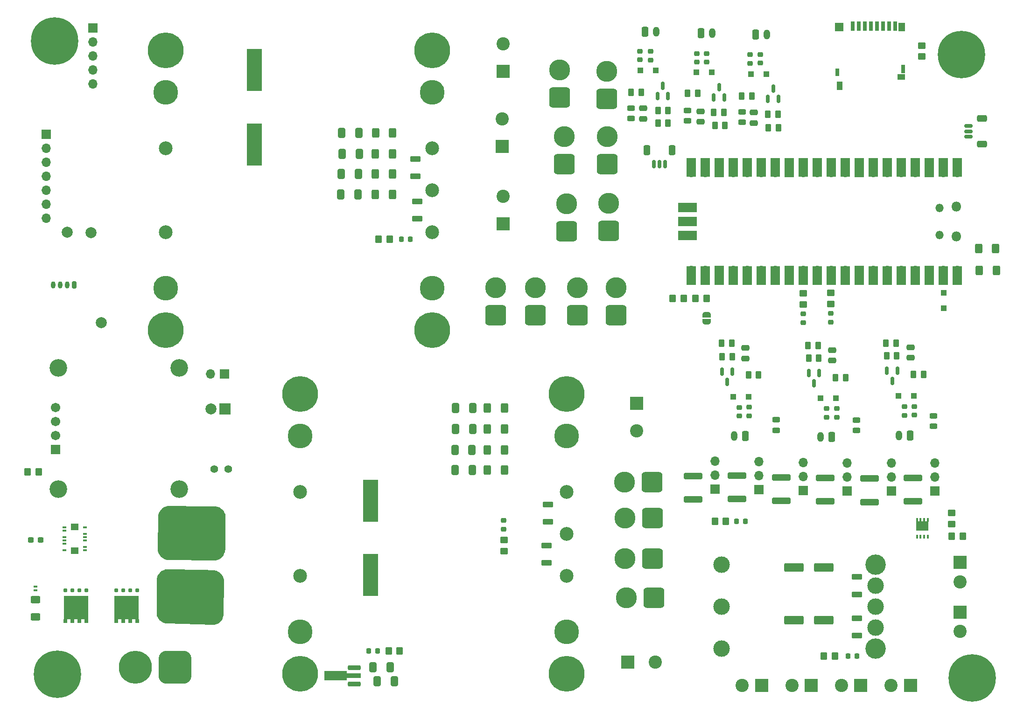
<source format=gbr>
%TF.GenerationSoftware,KiCad,Pcbnew,8.0.8-8.0.8-0~ubuntu22.04.1*%
%TF.CreationDate,2025-01-31T14:52:17-08:00*%
%TF.ProjectId,Backplane_Board,4261636b-706c-4616-9e65-5f426f617264,1*%
%TF.SameCoordinates,Original*%
%TF.FileFunction,Soldermask,Top*%
%TF.FilePolarity,Negative*%
%FSLAX46Y46*%
G04 Gerber Fmt 4.6, Leading zero omitted, Abs format (unit mm)*
G04 Created by KiCad (PCBNEW 8.0.8-8.0.8-0~ubuntu22.04.1) date 2025-01-31 14:52:17*
%MOMM*%
%LPD*%
G01*
G04 APERTURE LIST*
G04 Aperture macros list*
%AMRoundRect*
0 Rectangle with rounded corners*
0 $1 Rounding radius*
0 $2 $3 $4 $5 $6 $7 $8 $9 X,Y pos of 4 corners*
0 Add a 4 corners polygon primitive as box body*
4,1,4,$2,$3,$4,$5,$6,$7,$8,$9,$2,$3,0*
0 Add four circle primitives for the rounded corners*
1,1,$1+$1,$2,$3*
1,1,$1+$1,$4,$5*
1,1,$1+$1,$6,$7*
1,1,$1+$1,$8,$9*
0 Add four rect primitives between the rounded corners*
20,1,$1+$1,$2,$3,$4,$5,0*
20,1,$1+$1,$4,$5,$6,$7,0*
20,1,$1+$1,$6,$7,$8,$9,0*
20,1,$1+$1,$8,$9,$2,$3,0*%
%AMFreePoly0*
4,1,9,5.362500,-0.866500,1.237500,-0.866500,1.237500,-0.450000,-1.237500,-0.450000,-1.237500,0.450000,1.237500,0.450000,1.237500,0.866500,5.362500,0.866500,5.362500,-0.866500,5.362500,-0.866500,$1*%
%AMFreePoly1*
4,1,19,0.500000,-0.750000,0.000000,-0.750000,0.000000,-0.744911,-0.071157,-0.744911,-0.207708,-0.704816,-0.327430,-0.627875,-0.420627,-0.520320,-0.479746,-0.390866,-0.500000,-0.250000,-0.500000,0.250000,-0.479746,0.390866,-0.420627,0.520320,-0.327430,0.627875,-0.207708,0.704816,-0.071157,0.744911,0.000000,0.744911,0.000000,0.750000,0.500000,0.750000,0.500000,-0.750000,0.500000,-0.750000,
$1*%
%AMFreePoly2*
4,1,19,0.000000,0.744911,0.071157,0.744911,0.207708,0.704816,0.327430,0.627875,0.420627,0.520320,0.479746,0.390866,0.500000,0.250000,0.500000,-0.250000,0.479746,-0.390866,0.420627,-0.520320,0.327430,-0.627875,0.207708,-0.704816,0.071157,-0.744911,0.000000,-0.744911,0.000000,-0.750000,-0.500000,-0.750000,-0.500000,0.750000,0.000000,0.750000,0.000000,0.744911,0.000000,0.744911,
$1*%
G04 Aperture macros list end*
%ADD10RoundRect,0.250000X0.300000X0.300000X-0.300000X0.300000X-0.300000X-0.300000X0.300000X-0.300000X0*%
%ADD11R,2.400000X2.400000*%
%ADD12C,2.400000*%
%ADD13RoundRect,0.250000X-0.350000X-0.450000X0.350000X-0.450000X0.350000X0.450000X-0.350000X0.450000X0*%
%ADD14RoundRect,0.218750X-0.256250X0.218750X-0.256250X-0.218750X0.256250X-0.218750X0.256250X0.218750X0*%
%ADD15R,4.510000X4.350000*%
%ADD16R,0.700000X0.700000*%
%ADD17RoundRect,0.175000X-0.175000X0.175000X-0.175000X-0.175000X0.175000X-0.175000X0.175000X0.175000X0*%
%ADD18RoundRect,0.250000X0.350000X0.450000X-0.350000X0.450000X-0.350000X-0.450000X0.350000X-0.450000X0*%
%ADD19RoundRect,0.250000X-0.450000X0.350000X-0.450000X-0.350000X0.450000X-0.350000X0.450000X0.350000X0*%
%ADD20RoundRect,0.250000X-0.262500X-0.450000X0.262500X-0.450000X0.262500X0.450000X-0.262500X0.450000X0*%
%ADD21RoundRect,0.050000X-0.300000X0.150000X-0.300000X-0.150000X0.300000X-0.150000X0.300000X0.150000X0*%
%ADD22RoundRect,0.150000X0.150000X-0.587500X0.150000X0.587500X-0.150000X0.587500X-0.150000X-0.587500X0*%
%ADD23RoundRect,0.250000X0.475000X-0.250000X0.475000X0.250000X-0.475000X0.250000X-0.475000X-0.250000X0*%
%ADD24RoundRect,0.243750X-0.456250X0.243750X-0.456250X-0.243750X0.456250X-0.243750X0.456250X0.243750X0*%
%ADD25RoundRect,0.250000X-0.700000X0.275000X-0.700000X-0.275000X0.700000X-0.275000X0.700000X0.275000X0*%
%ADD26RoundRect,0.250000X1.450000X-0.312500X1.450000X0.312500X-1.450000X0.312500X-1.450000X-0.312500X0*%
%ADD27RoundRect,0.250000X-0.475000X0.250000X-0.475000X-0.250000X0.475000X-0.250000X0.475000X0.250000X0*%
%ADD28RoundRect,0.102000X1.250000X-3.750000X1.250000X3.750000X-1.250000X3.750000X-1.250000X-3.750000X0*%
%ADD29RoundRect,0.150000X-0.150000X0.587500X-0.150000X-0.587500X0.150000X-0.587500X0.150000X0.587500X0*%
%ADD30RoundRect,0.218750X0.256250X-0.218750X0.256250X0.218750X-0.256250X0.218750X-0.256250X-0.218750X0*%
%ADD31RoundRect,0.250000X1.500000X0.550000X-1.500000X0.550000X-1.500000X-0.550000X1.500000X-0.550000X0*%
%ADD32RoundRect,0.250000X0.262500X0.450000X-0.262500X0.450000X-0.262500X-0.450000X0.262500X-0.450000X0*%
%ADD33RoundRect,0.250000X0.400000X0.625000X-0.400000X0.625000X-0.400000X-0.625000X0.400000X-0.625000X0*%
%ADD34R,1.700000X1.700000*%
%ADD35O,1.700000X1.700000*%
%ADD36RoundRect,0.760000X1.140000X1.140000X-1.140000X1.140000X-1.140000X-1.140000X1.140000X-1.140000X0*%
%ADD37C,3.800000*%
%ADD38RoundRect,0.250000X0.350000X0.650000X-0.350000X0.650000X-0.350000X-0.650000X0.350000X-0.650000X0*%
%ADD39O,1.200000X1.800000*%
%ADD40RoundRect,0.218750X-0.218750X-0.256250X0.218750X-0.256250X0.218750X0.256250X-0.218750X0.256250X0*%
%ADD41C,6.500000*%
%ADD42C,4.500000*%
%ADD43C,2.500000*%
%ADD44RoundRect,0.250000X-0.412500X-0.650000X0.412500X-0.650000X0.412500X0.650000X-0.412500X0.650000X0*%
%ADD45C,2.000000*%
%ADD46RoundRect,0.250000X-0.350000X-0.650000X0.350000X-0.650000X0.350000X0.650000X-0.350000X0.650000X0*%
%ADD47RoundRect,0.218750X0.218750X0.256250X-0.218750X0.256250X-0.218750X-0.256250X0.218750X-0.256250X0*%
%ADD48RoundRect,0.760000X1.140000X-1.140000X1.140000X1.140000X-1.140000X1.140000X-1.140000X-1.140000X0*%
%ADD49RoundRect,0.225000X0.925000X0.225000X-0.925000X0.225000X-0.925000X-0.225000X0.925000X-0.225000X0*%
%ADD50FreePoly0,180.000000*%
%ADD51C,0.900000*%
%ADD52C,8.600000*%
%ADD53R,2.235000X1.725000*%
%ADD54R,0.355600X0.762000*%
%ADD55RoundRect,0.250000X0.450000X-0.350000X0.450000X0.350000X-0.450000X0.350000X-0.450000X-0.350000X0*%
%ADD56RoundRect,0.250000X-0.300000X0.300000X-0.300000X-0.300000X0.300000X-0.300000X0.300000X0.300000X0*%
%ADD57R,2.000000X2.000000*%
%ADD58C,1.400000*%
%ADD59RoundRect,0.250000X0.700000X-0.275000X0.700000X0.275000X-0.700000X0.275000X-0.700000X-0.275000X0*%
%ADD60RoundRect,0.200000X0.200000X0.450000X-0.200000X0.450000X-0.200000X-0.450000X0.200000X-0.450000X0*%
%ADD61O,0.800000X1.300000*%
%ADD62RoundRect,0.150000X-0.150000X-0.625000X0.150000X-0.625000X0.150000X0.625000X-0.150000X0.625000X0*%
%ADD63RoundRect,0.250000X-0.625000X0.400000X-0.625000X-0.400000X0.625000X-0.400000X0.625000X0.400000X0*%
%ADD64R,0.700000X1.750000*%
%ADD65R,1.450000X1.000000*%
%ADD66R,1.000000X1.550000*%
%ADD67R,0.800000X1.500000*%
%ADD68R,1.300000X1.500000*%
%ADD69R,1.500000X1.500000*%
%ADD70R,0.800000X1.400000*%
%ADD71RoundRect,0.150000X-0.625000X0.150000X-0.625000X-0.150000X0.625000X-0.150000X0.625000X0.150000X0*%
%ADD72RoundRect,0.250000X-0.650000X0.350000X-0.650000X-0.350000X0.650000X-0.350000X0.650000X0.350000X0*%
%ADD73RoundRect,0.250000X-0.300000X-0.300000X0.300000X-0.300000X0.300000X0.300000X-0.300000X0.300000X0*%
%ADD74O,1.800000X1.800000*%
%ADD75O,1.500000X1.500000*%
%ADD76R,1.700000X3.500000*%
%ADD77R,3.500000X1.700000*%
%ADD78RoundRect,1.500000X1.500000X1.500000X-1.500000X1.500000X-1.500000X-1.500000X1.500000X-1.500000X0*%
%ADD79C,6.000000*%
%ADD80RoundRect,0.237500X0.300000X0.237500X-0.300000X0.237500X-0.300000X-0.237500X0.300000X-0.237500X0*%
%ADD81RoundRect,0.102000X0.754000X-0.754000X0.754000X0.754000X-0.754000X0.754000X-0.754000X-0.754000X0*%
%ADD82C,1.712000*%
%ADD83C,3.204000*%
%ADD84R,0.711200X0.304800*%
%ADD85R,1.397000X1.193800*%
%ADD86FreePoly1,270.000000*%
%ADD87FreePoly2,270.000000*%
%ADD88C,3.000000*%
%ADD89C,3.700000*%
G04 APERTURE END LIST*
D10*
%TO.C,D24*%
X193625037Y-93750000D03*
X190825037Y-93750000D03*
%TD*%
D11*
%TO.C,J8*%
X202000000Y-124000000D03*
D12*
X202000000Y-127500000D03*
%TD*%
D13*
%TO.C,R46*%
X200500000Y-119250000D03*
X202500000Y-119250000D03*
%TD*%
D14*
%TO.C,D19*%
X145841250Y-31193825D03*
X145841250Y-32768825D03*
%TD*%
D15*
%TO.C,Q1*%
X50810000Y-132180000D03*
D16*
X52715000Y-134650000D03*
X51445000Y-134650000D03*
X50175000Y-134650000D03*
X48905000Y-134650000D03*
D17*
X48905000Y-129050000D03*
X52715000Y-129050000D03*
X51445000Y-129050000D03*
X50175000Y-129050000D03*
%TD*%
D18*
%TO.C,R6*%
X98500000Y-65250000D03*
X96500000Y-65250000D03*
%TD*%
D11*
%TO.C,C8*%
X119100000Y-62500000D03*
D12*
X119100000Y-57500000D03*
%TD*%
D19*
%TO.C,R13*%
X119275000Y-119900000D03*
X119275000Y-121900000D03*
%TD*%
D20*
%TO.C,R43*%
X174387500Y-84550000D03*
X176212500Y-84550000D03*
%TD*%
D21*
%TO.C,D1*%
X34290000Y-128322500D03*
X34290000Y-129022500D03*
%TD*%
D22*
%TO.C,Q4*%
X167127187Y-39824762D03*
X169027187Y-39824762D03*
X168077187Y-37949762D03*
%TD*%
D14*
%TO.C,D11*%
X163927187Y-31799762D03*
X163927187Y-33374762D03*
%TD*%
D23*
%TO.C,C24*%
X163069925Y-86925000D03*
X163069925Y-85025000D03*
%TD*%
D11*
%TO.C,C13*%
X141700000Y-142100000D03*
D12*
X146700000Y-142100000D03*
%TD*%
D10*
%TO.C,D25*%
X179500000Y-94200000D03*
X176700000Y-94200000D03*
%TD*%
D24*
%TO.C,F9*%
X142291250Y-41493825D03*
X142291250Y-43368825D03*
%TD*%
D22*
%TO.C,Q5*%
X157312500Y-39537500D03*
X159212500Y-39537500D03*
X158262500Y-37662500D03*
%TD*%
D25*
%TO.C,R5*%
X103500000Y-58425000D03*
X103500000Y-61575000D03*
%TD*%
D26*
%TO.C,F5*%
X161500000Y-112462500D03*
X161500000Y-108187500D03*
%TD*%
D27*
%TO.C,C21*%
X164577187Y-42287262D03*
X164577187Y-44187262D03*
%TD*%
D28*
%TO.C,C1*%
X74000000Y-48075000D03*
X74000000Y-34575000D03*
%TD*%
D29*
%TO.C,Q8*%
X190625037Y-89175000D03*
X188725037Y-89175000D03*
X189675037Y-91050000D03*
%TD*%
D11*
%TO.C,J19*%
X192975000Y-146300000D03*
D12*
X189475000Y-146300000D03*
%TD*%
D30*
%TO.C,D20*%
X163719925Y-97362500D03*
X163719925Y-95787500D03*
%TD*%
D31*
%TO.C,C19*%
X177225000Y-124850000D03*
X171825000Y-124850000D03*
%TD*%
D30*
%TO.C,D27*%
X191875037Y-97287500D03*
X191875037Y-95712500D03*
%TD*%
D32*
%TO.C,R33*%
X149003750Y-44231325D03*
X147178750Y-44231325D03*
%TD*%
D25*
%TO.C,R4*%
X103150000Y-50725000D03*
X103150000Y-53875000D03*
%TD*%
D27*
%TO.C,C23*%
X144491250Y-41531325D03*
X144491250Y-43431325D03*
%TD*%
D33*
%TO.C,R8*%
X99000000Y-49800000D03*
X95900000Y-49800000D03*
%TD*%
D34*
%TO.C,J27*%
X197450000Y-111000000D03*
D35*
X197450000Y-108460000D03*
X197450000Y-105920000D03*
%TD*%
D36*
%TO.C,J25*%
X146100000Y-109400000D03*
D37*
X141100000Y-109400000D03*
%TD*%
D38*
%TO.C,J42*%
X178697500Y-101187500D03*
D39*
X176697500Y-101187500D03*
%TD*%
D33*
%TO.C,R9*%
X99000000Y-53450000D03*
X95900000Y-53450000D03*
%TD*%
D40*
%TO.C,D7*%
X161462500Y-116500000D03*
X163037500Y-116500000D03*
%TD*%
D41*
%TO.C,U3*%
X57895000Y-30975000D03*
X57895000Y-81775000D03*
X106195000Y-30975000D03*
X106195000Y-81775000D03*
D42*
X57895000Y-74155000D03*
D43*
X57895000Y-63995000D03*
X57895000Y-48755000D03*
D42*
X57895000Y-38595000D03*
X106195000Y-38595000D03*
D43*
X106195000Y-48755000D03*
X106195000Y-56375000D03*
X106195000Y-63995000D03*
D42*
X106195000Y-74155000D03*
%TD*%
D24*
%TO.C,F7*%
X162477187Y-42199762D03*
X162477187Y-44074762D03*
%TD*%
D33*
%TO.C,R10*%
X99000000Y-57150000D03*
X95900000Y-57150000D03*
%TD*%
D19*
%TO.C,R52*%
X178550000Y-75050000D03*
X178550000Y-77050000D03*
%TD*%
D33*
%TO.C,R21*%
X208435000Y-67000000D03*
X205335000Y-67000000D03*
%TD*%
D30*
%TO.C,D22*%
X193725037Y-97237500D03*
X193725037Y-95662500D03*
%TD*%
D44*
%TO.C,C18*%
X110387500Y-107225000D03*
X113512500Y-107225000D03*
%TD*%
D29*
%TO.C,Q9*%
X176450000Y-89575000D03*
X174550000Y-89575000D03*
X175500000Y-91450000D03*
%TD*%
D23*
%TO.C,C25*%
X192975037Y-86800000D03*
X192975037Y-84900000D03*
%TD*%
D45*
%TO.C,TP8*%
X46200000Y-80430000D03*
%TD*%
D32*
%TO.C,R32*%
X159350000Y-44600000D03*
X157525000Y-44600000D03*
%TD*%
D11*
%TO.C,J20*%
X174975000Y-146300000D03*
D12*
X171475000Y-146300000D03*
%TD*%
D20*
%TO.C,R42*%
X188562537Y-84150000D03*
X190387537Y-84150000D03*
%TD*%
D46*
%TO.C,J37*%
X164927187Y-28087262D03*
D39*
X166927187Y-28087262D03*
%TD*%
D32*
%TO.C,R41*%
X160632425Y-86625000D03*
X158807425Y-86625000D03*
%TD*%
D34*
%TO.C,J35*%
X165525000Y-110712500D03*
D35*
X165525000Y-108172500D03*
X165525000Y-105632500D03*
%TD*%
D20*
%TO.C,R35*%
X157312500Y-42250000D03*
X159137500Y-42250000D03*
%TD*%
D26*
%TO.C,F4*%
X153575000Y-112537500D03*
X153575000Y-108262500D03*
%TD*%
D34*
%TO.C,J36*%
X173500000Y-110925000D03*
D35*
X173500000Y-108385000D03*
X173500000Y-105845000D03*
%TD*%
D47*
%TO.C,D2*%
X96324300Y-140050000D03*
X94749300Y-140050000D03*
%TD*%
D14*
%TO.C,D12*%
X154225000Y-31562500D03*
X154225000Y-33137500D03*
%TD*%
D48*
%TO.C,J15*%
X124950000Y-79050000D03*
D37*
X124950000Y-74050000D03*
%TD*%
D30*
%TO.C,D30*%
X173525000Y-80437500D03*
X173525000Y-78862500D03*
%TD*%
D18*
%TO.C,R48*%
X151850000Y-76025000D03*
X149850000Y-76025000D03*
%TD*%
D24*
%TO.C,F10*%
X168600000Y-98087500D03*
X168600000Y-99962500D03*
%TD*%
D26*
%TO.C,F2*%
X185525000Y-113000000D03*
X185525000Y-108725000D03*
%TD*%
D49*
%TO.C,U1*%
X92125000Y-146075000D03*
D50*
X92037500Y-144575000D03*
D49*
X92125000Y-143075000D03*
%TD*%
D24*
%TO.C,F12*%
X183192575Y-98125000D03*
X183192575Y-100000000D03*
%TD*%
D26*
%TO.C,F1*%
X193450000Y-112887500D03*
X193450000Y-108612500D03*
%TD*%
D44*
%TO.C,C9*%
X89787500Y-46000000D03*
X92912500Y-46000000D03*
%TD*%
D40*
%TO.C,D3*%
X100675000Y-65250000D03*
X102250000Y-65250000D03*
%TD*%
D20*
%TO.C,R38*%
X193525037Y-89850000D03*
X195350037Y-89850000D03*
%TD*%
D38*
%TO.C,J41*%
X192925037Y-100900000D03*
D39*
X190925037Y-100900000D03*
%TD*%
D20*
%TO.C,R34*%
X167114687Y-42587262D03*
X168939687Y-42587262D03*
%TD*%
D48*
%TO.C,J17*%
X139550000Y-79075000D03*
D37*
X139550000Y-74075000D03*
%TD*%
D45*
%TO.C,TP1*%
X44325000Y-64125000D03*
%TD*%
D30*
%TO.C,D28*%
X177750000Y-97637500D03*
X177750000Y-96062500D03*
%TD*%
D51*
%TO.C,H2*%
X199055419Y-31719581D03*
X200000000Y-29439162D03*
X200000000Y-34000000D03*
X202280419Y-28494581D03*
D52*
X202280419Y-31719581D03*
D51*
X202280419Y-34944581D03*
X204560838Y-29439162D03*
X204560838Y-34000000D03*
X205505419Y-31719581D03*
%TD*%
D22*
%TO.C,Q6*%
X147091250Y-39268825D03*
X148991250Y-39268825D03*
X148041250Y-37393825D03*
%TD*%
D13*
%TO.C,R3*%
X32850000Y-107525000D03*
X34850000Y-107525000D03*
%TD*%
D11*
%TO.C,J6*%
X202000000Y-133000000D03*
D12*
X202000000Y-136500000D03*
%TD*%
D48*
%TO.C,J9*%
X138250000Y-63800000D03*
D37*
X138250000Y-58800000D03*
%TD*%
D53*
%TO.C,Q3*%
X195157600Y-117372800D03*
D54*
X194168800Y-116277000D03*
X194829200Y-116277000D03*
X195489600Y-116277000D03*
X196150000Y-116277000D03*
X196150000Y-119325000D03*
X194168800Y-119325000D03*
X194829200Y-119325000D03*
X195489600Y-119325000D03*
%TD*%
D55*
%TO.C,R51*%
X195025000Y-32125000D03*
X195025000Y-30125000D03*
%TD*%
D33*
%TO.C,R14*%
X119350000Y-95975000D03*
X116250000Y-95975000D03*
%TD*%
D56*
%TO.C,D6*%
X199000000Y-75000000D03*
X199000000Y-77800000D03*
%TD*%
D33*
%TO.C,R15*%
X119350000Y-99725000D03*
X116250000Y-99725000D03*
%TD*%
D23*
%TO.C,C26*%
X178750000Y-87300000D03*
X178750000Y-85400000D03*
%TD*%
D57*
%TO.C,SW1*%
X68625000Y-96075000D03*
D45*
X66085000Y-96075000D03*
%TD*%
D34*
%TO.C,J29*%
X181500000Y-111000000D03*
D35*
X181500000Y-108460000D03*
X181500000Y-105920000D03*
%TD*%
D14*
%TO.C,D17*%
X165777187Y-31749762D03*
X165777187Y-33324762D03*
%TD*%
D18*
%TO.C,R47*%
X156000000Y-76000000D03*
X154000000Y-76000000D03*
%TD*%
D10*
%TO.C,D21*%
X163669925Y-93875000D03*
X160869925Y-93875000D03*
%TD*%
D32*
%TO.C,R44*%
X190487537Y-86450000D03*
X188662537Y-86450000D03*
%TD*%
%TO.C,R45*%
X176350000Y-86900000D03*
X174525000Y-86900000D03*
%TD*%
D58*
%TO.C,J26*%
X69250000Y-107000000D03*
X66710000Y-107000000D03*
%TD*%
D59*
%TO.C,R18*%
X183275000Y-137275000D03*
X183275000Y-134125000D03*
%TD*%
D29*
%TO.C,Q7*%
X160669925Y-89300000D03*
X158769925Y-89300000D03*
X159719925Y-91175000D03*
%TD*%
D26*
%TO.C,F6*%
X169525000Y-112812500D03*
X169525000Y-108537500D03*
%TD*%
D44*
%TO.C,C12*%
X89637500Y-57200000D03*
X92762500Y-57200000D03*
%TD*%
D20*
%TO.C,R39*%
X179400000Y-90400000D03*
X181225000Y-90400000D03*
%TD*%
%TO.C,R37*%
X163607425Y-89925000D03*
X165432425Y-89925000D03*
%TD*%
D30*
%TO.C,D4*%
X119145000Y-117945000D03*
X119145000Y-116370000D03*
%TD*%
D60*
%TO.C,J31*%
X41250000Y-73600000D03*
D61*
X40000000Y-73600000D03*
X38750000Y-73600000D03*
X37500000Y-73600000D03*
%TD*%
D19*
%TO.C,R50*%
X173500000Y-75100000D03*
X173500000Y-77100000D03*
%TD*%
D44*
%TO.C,C11*%
X89725000Y-53450000D03*
X92850000Y-53450000D03*
%TD*%
D62*
%TO.C,J33*%
X146450000Y-51615000D03*
X147450000Y-51615000D03*
X148450000Y-51615000D03*
D46*
X145150000Y-49090000D03*
X149750000Y-49090000D03*
%TD*%
D44*
%TO.C,C4*%
X95449300Y-143000000D03*
X98574300Y-143000000D03*
%TD*%
D41*
%TO.C,U4*%
X82300000Y-93400000D03*
X82300000Y-144200000D03*
X130600000Y-93400000D03*
X130600000Y-144200000D03*
D42*
X82300000Y-136580000D03*
D43*
X82300000Y-126420000D03*
X82300000Y-111180000D03*
D42*
X82300000Y-101020000D03*
X130600000Y-101020000D03*
D43*
X130600000Y-111180000D03*
X130600000Y-118800000D03*
X130600000Y-126420000D03*
D42*
X130600000Y-136580000D03*
%TD*%
D55*
%TO.C,R23*%
X200500000Y-117000000D03*
X200500000Y-115000000D03*
%TD*%
D34*
%TO.C,J4*%
X36200000Y-46260000D03*
D35*
X36200000Y-48800000D03*
X36200000Y-51340000D03*
X36200000Y-53880000D03*
X36200000Y-56420000D03*
X36200000Y-58960000D03*
X36200000Y-61500000D03*
%TD*%
D48*
%TO.C,J16*%
X132600000Y-79100000D03*
D37*
X132600000Y-74100000D03*
%TD*%
D32*
%TO.C,R29*%
X154387500Y-38800000D03*
X152562500Y-38800000D03*
%TD*%
D11*
%TO.C,J21*%
X165975000Y-146300000D03*
D12*
X162475000Y-146300000D03*
%TD*%
D36*
%TO.C,J22*%
X146450000Y-130375000D03*
D37*
X141450000Y-130375000D03*
%TD*%
D63*
%TO.C,R1*%
X34290000Y-130772500D03*
X34290000Y-133872500D03*
%TD*%
D34*
%TO.C,J34*%
X157575000Y-110650000D03*
D35*
X157575000Y-108110000D03*
X157575000Y-105570000D03*
%TD*%
D32*
%TO.C,R30*%
X144141250Y-38581325D03*
X142316250Y-38581325D03*
%TD*%
D36*
%TO.C,J24*%
X146200000Y-115881600D03*
D37*
X141200000Y-115881600D03*
%TD*%
D33*
%TO.C,R22*%
X208550000Y-71000000D03*
X205450000Y-71000000D03*
%TD*%
D28*
%TO.C,C2*%
X95050000Y-126275000D03*
X95050000Y-112775000D03*
%TD*%
D32*
%TO.C,R31*%
X169027187Y-45087262D03*
X167202187Y-45087262D03*
%TD*%
D44*
%TO.C,C3*%
X96261800Y-145575000D03*
X99386800Y-145575000D03*
%TD*%
D36*
%TO.C,J23*%
X146224600Y-123300000D03*
D37*
X141224600Y-123300000D03*
%TD*%
D64*
%TO.C,J44*%
X182525000Y-26625000D03*
X183625000Y-26625000D03*
X184725000Y-26625000D03*
X185825000Y-26625000D03*
X186925000Y-26625000D03*
X188025000Y-26625000D03*
X189125000Y-26625000D03*
X190225000Y-26625000D03*
D65*
X191350000Y-35850000D03*
D66*
X180125000Y-37425000D03*
D67*
X191675000Y-34350000D03*
D68*
X191425000Y-26750000D03*
D69*
X180075000Y-26750000D03*
D70*
X179725000Y-35000000D03*
%TD*%
D44*
%TO.C,C16*%
X110437500Y-99725000D03*
X113562500Y-99725000D03*
%TD*%
D33*
%TO.C,R17*%
X119350000Y-107225000D03*
X116250000Y-107225000D03*
%TD*%
D71*
%TO.C,J30*%
X203475000Y-44700000D03*
X203475000Y-45700000D03*
X203475000Y-46700000D03*
D72*
X206000000Y-43400000D03*
X206000000Y-48000000D03*
%TD*%
D73*
%TO.C,D16*%
X143991250Y-34631325D03*
X146791250Y-34631325D03*
%TD*%
D34*
%TO.C,J28*%
X189550000Y-111000000D03*
D35*
X189550000Y-108460000D03*
X189550000Y-105920000D03*
%TD*%
D48*
%TO.C,J12*%
X137975000Y-51625000D03*
D37*
X137975000Y-46625000D03*
%TD*%
D11*
%TO.C,J7*%
X183975000Y-146300000D03*
D12*
X180475000Y-146300000D03*
%TD*%
D51*
%TO.C,H4*%
X34494581Y-29280419D03*
X35439162Y-27000000D03*
X35439162Y-31560838D03*
X37719581Y-26055419D03*
D52*
X37719581Y-29280419D03*
D51*
X37719581Y-32505419D03*
X40000000Y-27000000D03*
X40000000Y-31560838D03*
X40944581Y-29280419D03*
%TD*%
D33*
%TO.C,R16*%
X119350000Y-103525000D03*
X116250000Y-103525000D03*
%TD*%
D18*
%TO.C,R20*%
X179275000Y-140950000D03*
X177275000Y-140950000D03*
%TD*%
D14*
%TO.C,D13*%
X143891250Y-31143825D03*
X143891250Y-32718825D03*
%TD*%
D51*
%TO.C,H1*%
X201000000Y-145000000D03*
X201944581Y-142719581D03*
X201944581Y-147280419D03*
X204225000Y-141775000D03*
D52*
X204225000Y-145000000D03*
D51*
X204225000Y-148225000D03*
X206505419Y-142719581D03*
X206505419Y-147280419D03*
X207450000Y-145000000D03*
%TD*%
D11*
%TO.C,C14*%
X143300000Y-95050000D03*
D12*
X143300000Y-100050000D03*
%TD*%
D59*
%TO.C,R19*%
X183275000Y-129775000D03*
X183275000Y-126625000D03*
%TD*%
D32*
%TO.C,R28*%
X164227187Y-39287262D03*
X162402187Y-39287262D03*
%TD*%
D38*
%TO.C,J40*%
X163019925Y-101000000D03*
D39*
X161019925Y-101000000D03*
%TD*%
D40*
%TO.C,D5*%
X181700000Y-140950000D03*
X183275000Y-140950000D03*
%TD*%
D45*
%TO.C,TP2*%
X40000000Y-64000000D03*
%TD*%
D34*
%TO.C,J5*%
X68555000Y-89775000D03*
D35*
X66015000Y-89775000D03*
%TD*%
D44*
%TO.C,C10*%
X89875000Y-49800000D03*
X93000000Y-49800000D03*
%TD*%
D74*
%TO.C,U6*%
X201315000Y-59335000D03*
D75*
X198285000Y-59635000D03*
X198285000Y-64485000D03*
D74*
X201315000Y-64785000D03*
D35*
X201445000Y-53170000D03*
D76*
X201445000Y-52270000D03*
D35*
X198905000Y-53170000D03*
D76*
X198905000Y-52270000D03*
D34*
X196365000Y-53170000D03*
D76*
X196365000Y-52270000D03*
D35*
X193825000Y-53170000D03*
D76*
X193825000Y-52270000D03*
D35*
X191285000Y-53170000D03*
D76*
X191285000Y-52270000D03*
D35*
X188745000Y-53170000D03*
D76*
X188745000Y-52270000D03*
D35*
X186205000Y-53170000D03*
D76*
X186205000Y-52270000D03*
D34*
X183665000Y-53170000D03*
D76*
X183665000Y-52270000D03*
D35*
X181125000Y-53170000D03*
D76*
X181125000Y-52270000D03*
D35*
X178585000Y-53170000D03*
D76*
X178585000Y-52270000D03*
D35*
X176045000Y-53170000D03*
D76*
X176045000Y-52270000D03*
D35*
X173505000Y-53170000D03*
D76*
X173505000Y-52270000D03*
D34*
X170965000Y-53170000D03*
D76*
X170965000Y-52270000D03*
D35*
X168425000Y-53170000D03*
D76*
X168425000Y-52270000D03*
D35*
X165885000Y-53170000D03*
D76*
X165885000Y-52270000D03*
D35*
X163345000Y-53170000D03*
D76*
X163345000Y-52270000D03*
D35*
X160805000Y-53170000D03*
D76*
X160805000Y-52270000D03*
D34*
X158265000Y-53170000D03*
D76*
X158265000Y-52270000D03*
D35*
X155725000Y-53170000D03*
D76*
X155725000Y-52270000D03*
D35*
X153185000Y-53170000D03*
D76*
X153185000Y-52270000D03*
D35*
X153185000Y-70950000D03*
D76*
X153185000Y-71850000D03*
D35*
X155725000Y-70950000D03*
D76*
X155725000Y-71850000D03*
D34*
X158265000Y-70950000D03*
D76*
X158265000Y-71850000D03*
D35*
X160805000Y-70950000D03*
D76*
X160805000Y-71850000D03*
D35*
X163345000Y-70950000D03*
D76*
X163345000Y-71850000D03*
D35*
X165885000Y-70950000D03*
D76*
X165885000Y-71850000D03*
D35*
X168425000Y-70950000D03*
D76*
X168425000Y-71850000D03*
D34*
X170965000Y-70950000D03*
D76*
X170965000Y-71850000D03*
D35*
X173505000Y-70950000D03*
D76*
X173505000Y-71850000D03*
D35*
X176045000Y-70950000D03*
D76*
X176045000Y-71850000D03*
D35*
X178585000Y-70950000D03*
D76*
X178585000Y-71850000D03*
D35*
X181125000Y-70950000D03*
D76*
X181125000Y-71850000D03*
D34*
X183665000Y-70950000D03*
D76*
X183665000Y-71850000D03*
D35*
X186205000Y-70950000D03*
D76*
X186205000Y-71850000D03*
D35*
X188745000Y-70950000D03*
D76*
X188745000Y-71850000D03*
D35*
X191285000Y-70950000D03*
D76*
X191285000Y-71850000D03*
D35*
X193825000Y-70950000D03*
D76*
X193825000Y-71850000D03*
D34*
X196365000Y-70950000D03*
D76*
X196365000Y-71850000D03*
D35*
X198905000Y-70950000D03*
D76*
X198905000Y-71850000D03*
D35*
X201445000Y-70950000D03*
D76*
X201445000Y-71850000D03*
D35*
X153415000Y-59520000D03*
D77*
X152515000Y-59520000D03*
D34*
X153415000Y-62060000D03*
D77*
X152515000Y-62060000D03*
D35*
X153415000Y-64600000D03*
D77*
X152515000Y-64600000D03*
%TD*%
D34*
%TO.C,J32*%
X44700000Y-26935000D03*
D35*
X44700000Y-29475000D03*
X44700000Y-32015000D03*
X44700000Y-34555000D03*
X44700000Y-37095000D03*
%TD*%
D25*
%TO.C,R11*%
X127250000Y-113425000D03*
X127250000Y-116575000D03*
%TD*%
D24*
%TO.C,F8*%
X152525000Y-41912500D03*
X152525000Y-43787500D03*
%TD*%
D18*
%TO.C,R24*%
X159500000Y-116500000D03*
X157500000Y-116500000D03*
%TD*%
D33*
%TO.C,R7*%
X99050000Y-46000000D03*
X95950000Y-46000000D03*
%TD*%
D11*
%TO.C,C7*%
X118900000Y-48415216D03*
D12*
X118900000Y-43415216D03*
%TD*%
D25*
%TO.C,R12*%
X127000000Y-120925000D03*
X127000000Y-124075000D03*
%TD*%
D78*
%TO.C,J3*%
X59600000Y-143000000D03*
D79*
X52400000Y-143000000D03*
%TD*%
D80*
%TO.C,C5*%
X35162500Y-119900000D03*
X33437500Y-119900000D03*
%TD*%
D51*
%TO.C,H3*%
X35055419Y-144280419D03*
X36000000Y-142000000D03*
X36000000Y-146560838D03*
X38280419Y-141055419D03*
D52*
X38280419Y-144280419D03*
D51*
X38280419Y-147505419D03*
X40560838Y-142000000D03*
X40560838Y-146560838D03*
X41505419Y-144280419D03*
%TD*%
D30*
%TO.C,D31*%
X178550000Y-80362500D03*
X178550000Y-78787500D03*
%TD*%
D81*
%TO.C,Brd1*%
X37875000Y-103460000D03*
D82*
X37875000Y-100920000D03*
X37875000Y-98380000D03*
X37875000Y-95840000D03*
D83*
X38375000Y-110650000D03*
X38375000Y-88650000D03*
X60375000Y-88650000D03*
X60375000Y-110650000D03*
%TD*%
D27*
%TO.C,C22*%
X154875000Y-42050000D03*
X154875000Y-43950000D03*
%TD*%
D20*
%TO.C,R40*%
X158744925Y-84175000D03*
X160569925Y-84175000D03*
%TD*%
D26*
%TO.C,F3*%
X177525000Y-112887500D03*
X177525000Y-108612500D03*
%TD*%
D48*
%TO.C,J10*%
X130600000Y-63875000D03*
D37*
X130600000Y-58875000D03*
%TD*%
D48*
%TO.C,J18*%
X137900000Y-39800000D03*
D37*
X137900000Y-34800000D03*
%TD*%
D48*
%TO.C,J11*%
X129325000Y-39525000D03*
D37*
X129325000Y-34525000D03*
%TD*%
D44*
%TO.C,C15*%
X110487500Y-95975000D03*
X113612500Y-95975000D03*
%TD*%
D48*
%TO.C,J13*%
X130175000Y-51625000D03*
D37*
X130175000Y-46625000D03*
%TD*%
D48*
%TO.C,J14*%
X117700000Y-79050000D03*
D37*
X117700000Y-74050000D03*
%TD*%
D31*
%TO.C,C20*%
X177275000Y-134450000D03*
X171875000Y-134450000D03*
%TD*%
D20*
%TO.C,R36*%
X147191250Y-41881325D03*
X149016250Y-41881325D03*
%TD*%
D30*
%TO.C,D26*%
X161919925Y-97412500D03*
X161919925Y-95837500D03*
%TD*%
D84*
%TO.C,U2*%
X43250000Y-121800001D03*
X43250000Y-121200000D03*
X43250000Y-120000000D03*
X43250000Y-119400000D03*
X43250000Y-118800000D03*
X43250000Y-117599999D03*
D85*
X41400001Y-117549999D03*
D84*
X39550002Y-117599999D03*
X39550002Y-118200000D03*
X39550000Y-119400000D03*
X39550000Y-120000000D03*
X39550002Y-120600000D03*
X39550002Y-121800001D03*
D85*
X41400001Y-121850001D03*
%TD*%
D86*
%TO.C,JP5*%
X156000000Y-79000000D03*
D87*
X156000000Y-80300000D03*
%TD*%
D15*
%TO.C,Q2*%
X41585000Y-132180000D03*
D16*
X43490000Y-134650000D03*
X42220000Y-134650000D03*
X40950000Y-134650000D03*
X39680000Y-134650000D03*
D17*
X39680000Y-129050000D03*
X43490000Y-129050000D03*
X42220000Y-129050000D03*
X40950000Y-129050000D03*
%TD*%
D24*
%TO.C,F11*%
X197142650Y-97375000D03*
X197142650Y-99250000D03*
%TD*%
D14*
%TO.C,D18*%
X156025000Y-31550000D03*
X156025000Y-33125000D03*
%TD*%
D13*
%TO.C,R2*%
X98324300Y-140050000D03*
X100324300Y-140050000D03*
%TD*%
D30*
%TO.C,D23*%
X179600000Y-97637500D03*
X179600000Y-96062500D03*
%TD*%
D73*
%TO.C,D15*%
X154175000Y-35000000D03*
X156975000Y-35000000D03*
%TD*%
D46*
%TO.C,J38*%
X155025000Y-27900000D03*
D39*
X157025000Y-27900000D03*
%TD*%
D46*
%TO.C,J39*%
X144841250Y-27581325D03*
D39*
X146841250Y-27581325D03*
%TD*%
D11*
%TO.C,C6*%
X119100000Y-34815216D03*
D12*
X119100000Y-29815216D03*
%TD*%
D44*
%TO.C,C17*%
X110337500Y-103525000D03*
X113462500Y-103525000D03*
%TD*%
D73*
%TO.C,D14*%
X164027187Y-35337262D03*
X166827187Y-35337262D03*
%TD*%
D88*
%TO.C,U5*%
X158725000Y-139590000D03*
X158725000Y-131970000D03*
X158725000Y-124350000D03*
D89*
X186665000Y-124350000D03*
D88*
X186665000Y-128160000D03*
X186665000Y-131970000D03*
X186665000Y-135780000D03*
D89*
X186665000Y-139590000D03*
%TD*%
G36*
X64700432Y-113783053D02*
G01*
X64710957Y-113783158D01*
X64721450Y-113783208D01*
X66757125Y-113787614D01*
X66766032Y-113787954D01*
X67039190Y-113808220D01*
X67056812Y-113810810D01*
X67319898Y-113869041D01*
X67336970Y-113874130D01*
X67588993Y-113969455D01*
X67605158Y-113976938D01*
X67840919Y-114107389D01*
X67855845Y-114117110D01*
X68070485Y-114279996D01*
X68083865Y-114291756D01*
X68272952Y-114483718D01*
X68284508Y-114497273D01*
X68444134Y-114714338D01*
X68453630Y-114729409D01*
X68580517Y-114967125D01*
X68587754Y-114983402D01*
X68679264Y-115236826D01*
X68684095Y-115253971D01*
X68738352Y-115517905D01*
X68740676Y-115535566D01*
X68756819Y-115808994D01*
X68757025Y-115817904D01*
X68681943Y-121629216D01*
X68681515Y-121638024D01*
X68658761Y-121908104D01*
X68656037Y-121925519D01*
X68596206Y-122185350D01*
X68591040Y-122202202D01*
X68494974Y-122450923D01*
X68487470Y-122466873D01*
X68357113Y-122699452D01*
X68347424Y-122714177D01*
X68185397Y-122925934D01*
X68173718Y-122939135D01*
X67983315Y-123125769D01*
X67969882Y-123137182D01*
X67754936Y-123294936D01*
X67740021Y-123304329D01*
X67504875Y-123430014D01*
X67488779Y-123437197D01*
X67238187Y-123528272D01*
X67221235Y-123533100D01*
X66960269Y-123587722D01*
X66942803Y-123590098D01*
X66672303Y-123607449D01*
X66663488Y-123607700D01*
X58448487Y-123549578D01*
X58439639Y-123549199D01*
X58168305Y-123527854D01*
X58150805Y-123525210D01*
X57889614Y-123466429D01*
X57872667Y-123461321D01*
X57622490Y-123365945D01*
X57606444Y-123358475D01*
X57372410Y-123228460D01*
X57357591Y-123218783D01*
X57144444Y-123056768D01*
X57131153Y-123045079D01*
X56943244Y-122854367D01*
X56931753Y-122840905D01*
X56772909Y-122625380D01*
X56763452Y-122610418D01*
X56636918Y-122374485D01*
X56629687Y-122358331D01*
X56538026Y-122106772D01*
X56533169Y-122089751D01*
X56478262Y-121827718D01*
X56475877Y-121810180D01*
X56458551Y-121538544D01*
X56458304Y-121529692D01*
X56503423Y-115694280D01*
X56503809Y-115685410D01*
X56525441Y-115413367D01*
X56528110Y-115395822D01*
X56587372Y-115133997D01*
X56592519Y-115117013D01*
X56688547Y-114866338D01*
X56696064Y-114850263D01*
X56826890Y-114615866D01*
X56836626Y-114601028D01*
X56999582Y-114387693D01*
X57011337Y-114374397D01*
X57203070Y-114186519D01*
X57216601Y-114175038D01*
X57433191Y-114016451D01*
X57448224Y-114007018D01*
X57685235Y-113880976D01*
X57701459Y-113873786D01*
X57954033Y-113782867D01*
X57971118Y-113778066D01*
X58234093Y-113724132D01*
X58251688Y-113721820D01*
X58524111Y-113705715D01*
X58532988Y-113705509D01*
X64700432Y-113783053D01*
G37*
G36*
X64436425Y-125275293D02*
G01*
X64437944Y-125275321D01*
X64484741Y-125276483D01*
X64487783Y-125276596D01*
X64534470Y-125278903D01*
X64535987Y-125278987D01*
X66571661Y-125404596D01*
X66580156Y-125405415D01*
X66840216Y-125439537D01*
X66856934Y-125442914D01*
X67105728Y-125511267D01*
X67121826Y-125516906D01*
X67358890Y-125618757D01*
X67374062Y-125626552D01*
X67594907Y-125759973D01*
X67608866Y-125769777D01*
X67809308Y-125932240D01*
X67821789Y-125943866D01*
X67998045Y-126132304D01*
X68008812Y-126145533D01*
X68157536Y-126356369D01*
X68166386Y-126370950D01*
X68284774Y-126600208D01*
X68291539Y-126615866D01*
X68377342Y-126859193D01*
X68381895Y-126875632D01*
X68433494Y-127128436D01*
X68435748Y-127145343D01*
X68452440Y-127407121D01*
X68452689Y-127415651D01*
X68422231Y-133324622D01*
X68421860Y-133333598D01*
X68400450Y-133608883D01*
X68397765Y-133626636D01*
X68337819Y-133891539D01*
X68332599Y-133908719D01*
X68235029Y-134162175D01*
X68227382Y-134178421D01*
X68094221Y-134415144D01*
X68084308Y-134430114D01*
X67918360Y-134645120D01*
X67906389Y-134658503D01*
X67711131Y-134847287D01*
X67697352Y-134858800D01*
X67476875Y-135017406D01*
X67461579Y-135026809D01*
X67220502Y-135151914D01*
X67204008Y-135159008D01*
X66947406Y-135247979D01*
X66930060Y-135252618D01*
X66663288Y-135303600D01*
X66645455Y-135305684D01*
X66369599Y-135317804D01*
X66360615Y-135317873D01*
X58180429Y-135084182D01*
X58171712Y-135083626D01*
X57904554Y-135057087D01*
X57887347Y-135054142D01*
X57630837Y-134991392D01*
X57614212Y-134986060D01*
X57369058Y-134887906D01*
X57353349Y-134880293D01*
X57124398Y-134748678D01*
X57109912Y-134738933D01*
X56901727Y-134576478D01*
X56888754Y-134564796D01*
X56705437Y-134374702D01*
X56694233Y-134361313D01*
X56539434Y-134147364D01*
X56530222Y-134132535D01*
X56407006Y-133898970D01*
X56399967Y-133882994D01*
X56310771Y-133634432D01*
X56306046Y-133617626D01*
X56252643Y-133359004D01*
X56250325Y-133341700D01*
X56233498Y-133073768D01*
X56233258Y-133065037D01*
X56278707Y-127187014D01*
X56279093Y-127178144D01*
X56300725Y-126906101D01*
X56303394Y-126888556D01*
X56362656Y-126626731D01*
X56367803Y-126609747D01*
X56463831Y-126359072D01*
X56471348Y-126342997D01*
X56602174Y-126108600D01*
X56611910Y-126093762D01*
X56774866Y-125880427D01*
X56786621Y-125867131D01*
X56978354Y-125679253D01*
X56991885Y-125667772D01*
X57208475Y-125509185D01*
X57223508Y-125499752D01*
X57460519Y-125373710D01*
X57476743Y-125366520D01*
X57729317Y-125275601D01*
X57746402Y-125270800D01*
X58009377Y-125216866D01*
X58026972Y-125214554D01*
X58299395Y-125198449D01*
X58308272Y-125198243D01*
X64436425Y-125275293D01*
G37*
M02*

</source>
